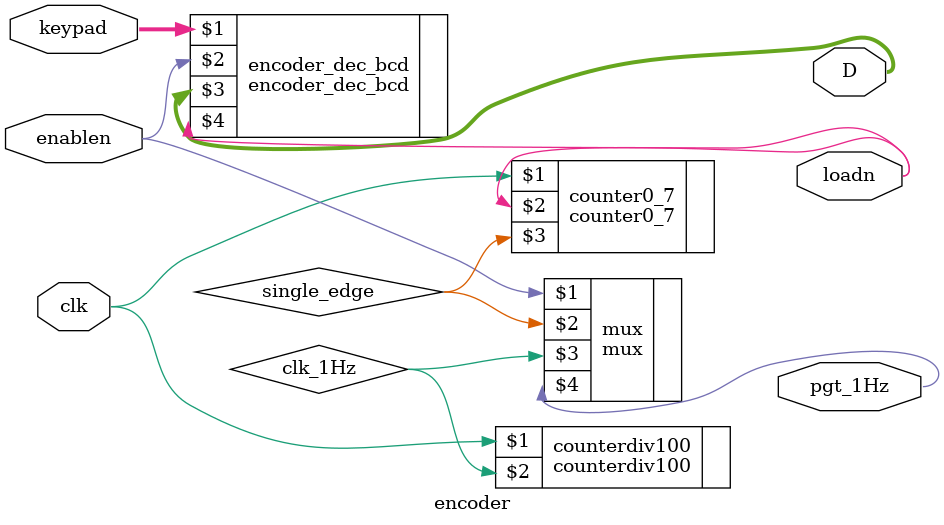
<source format=v>

module encoder (keypad, enablen, clk, D, loadn, pgt_1Hz);
       
    input wire[9:0] keypad;
    input wire enablen, clk;

    output [3:0] D;
    output wire loadn;
    output pgt_1Hz;

    wire clk_1Hz, single_edge;

       encoder_dec_bcd encoder_dec_bcd(keypad, enablen, D, loadn);
       counterdiv100 counterdiv100(clk, clk_1Hz);
       counter0_7 counter0_7(clk, loadn, single_edge);
       mux mux(enablen, single_edge, clk_1Hz, pgt_1Hz);

endmodule
</source>
